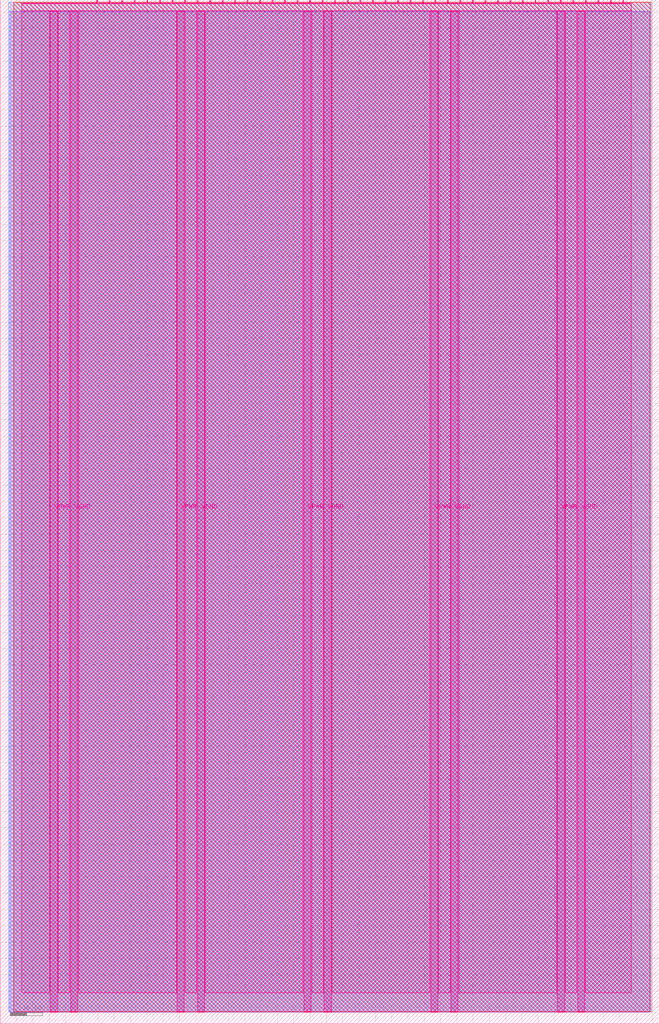
<source format=lef>
VERSION 5.7 ;
  NOWIREEXTENSIONATPIN ON ;
  DIVIDERCHAR "/" ;
  BUSBITCHARS "[]" ;
MACRO tt_um_htfab_bouncy_capsule
  CLASS BLOCK ;
  FOREIGN tt_um_htfab_bouncy_capsule ;
  ORIGIN 0.000 0.000 ;
  SIZE 202.080 BY 313.740 ;
  PIN VGND
    DIRECTION INOUT ;
    USE GROUND ;
    PORT
      LAYER Metal5 ;
        RECT 21.580 3.560 23.780 310.180 ;
    END
    PORT
      LAYER Metal5 ;
        RECT 60.450 3.560 62.650 310.180 ;
    END
    PORT
      LAYER Metal5 ;
        RECT 99.320 3.560 101.520 310.180 ;
    END
    PORT
      LAYER Metal5 ;
        RECT 138.190 3.560 140.390 310.180 ;
    END
    PORT
      LAYER Metal5 ;
        RECT 177.060 3.560 179.260 310.180 ;
    END
  END VGND
  PIN VPWR
    DIRECTION INOUT ;
    USE POWER ;
    PORT
      LAYER Metal5 ;
        RECT 15.380 3.560 17.580 310.180 ;
    END
    PORT
      LAYER Metal5 ;
        RECT 54.250 3.560 56.450 310.180 ;
    END
    PORT
      LAYER Metal5 ;
        RECT 93.120 3.560 95.320 310.180 ;
    END
    PORT
      LAYER Metal5 ;
        RECT 131.990 3.560 134.190 310.180 ;
    END
    PORT
      LAYER Metal5 ;
        RECT 170.860 3.560 173.060 310.180 ;
    END
  END VPWR
  PIN clk
    DIRECTION INPUT ;
    USE SIGNAL ;
    ANTENNAGATEAREA 0.213200 ;
    PORT
      LAYER Metal5 ;
        RECT 187.050 312.740 187.350 313.740 ;
    END
  END clk
  PIN ena
    DIRECTION INPUT ;
    USE SIGNAL ;
    PORT
      LAYER Metal5 ;
        RECT 190.890 312.740 191.190 313.740 ;
    END
  END ena
  PIN rst_n
    DIRECTION INPUT ;
    USE SIGNAL ;
    ANTENNAGATEAREA 0.527800 ;
    PORT
      LAYER Metal5 ;
        RECT 183.210 312.740 183.510 313.740 ;
    END
  END rst_n
  PIN ui_in[0]
    DIRECTION INPUT ;
    USE SIGNAL ;
    ANTENNAGATEAREA 0.213200 ;
    PORT
      LAYER Metal5 ;
        RECT 179.370 312.740 179.670 313.740 ;
    END
  END ui_in[0]
  PIN ui_in[1]
    DIRECTION INPUT ;
    USE SIGNAL ;
    ANTENNAGATEAREA 0.213200 ;
    PORT
      LAYER Metal5 ;
        RECT 175.530 312.740 175.830 313.740 ;
    END
  END ui_in[1]
  PIN ui_in[2]
    DIRECTION INPUT ;
    USE SIGNAL ;
    ANTENNAGATEAREA 0.314600 ;
    PORT
      LAYER Metal5 ;
        RECT 171.690 312.740 171.990 313.740 ;
    END
  END ui_in[2]
  PIN ui_in[3]
    DIRECTION INPUT ;
    USE SIGNAL ;
    ANTENNAGATEAREA 0.180700 ;
    PORT
      LAYER Metal5 ;
        RECT 167.850 312.740 168.150 313.740 ;
    END
  END ui_in[3]
  PIN ui_in[4]
    DIRECTION INPUT ;
    USE SIGNAL ;
    ANTENNAGATEAREA 0.180700 ;
    PORT
      LAYER Metal5 ;
        RECT 164.010 312.740 164.310 313.740 ;
    END
  END ui_in[4]
  PIN ui_in[5]
    DIRECTION INPUT ;
    USE SIGNAL ;
    ANTENNAGATEAREA 0.180700 ;
    PORT
      LAYER Metal5 ;
        RECT 160.170 312.740 160.470 313.740 ;
    END
  END ui_in[5]
  PIN ui_in[6]
    DIRECTION INPUT ;
    USE SIGNAL ;
    ANTENNAGATEAREA 0.180700 ;
    PORT
      LAYER Metal5 ;
        RECT 156.330 312.740 156.630 313.740 ;
    END
  END ui_in[6]
  PIN ui_in[7]
    DIRECTION INPUT ;
    USE SIGNAL ;
    ANTENNAGATEAREA 0.213200 ;
    PORT
      LAYER Metal5 ;
        RECT 152.490 312.740 152.790 313.740 ;
    END
  END ui_in[7]
  PIN uio_in[0]
    DIRECTION INPUT ;
    USE SIGNAL ;
    PORT
      LAYER Metal5 ;
        RECT 148.650 312.740 148.950 313.740 ;
    END
  END uio_in[0]
  PIN uio_in[1]
    DIRECTION INPUT ;
    USE SIGNAL ;
    PORT
      LAYER Metal5 ;
        RECT 144.810 312.740 145.110 313.740 ;
    END
  END uio_in[1]
  PIN uio_in[2]
    DIRECTION INPUT ;
    USE SIGNAL ;
    PORT
      LAYER Metal5 ;
        RECT 140.970 312.740 141.270 313.740 ;
    END
  END uio_in[2]
  PIN uio_in[3]
    DIRECTION INPUT ;
    USE SIGNAL ;
    PORT
      LAYER Metal5 ;
        RECT 137.130 312.740 137.430 313.740 ;
    END
  END uio_in[3]
  PIN uio_in[4]
    DIRECTION INPUT ;
    USE SIGNAL ;
    PORT
      LAYER Metal5 ;
        RECT 133.290 312.740 133.590 313.740 ;
    END
  END uio_in[4]
  PIN uio_in[5]
    DIRECTION INPUT ;
    USE SIGNAL ;
    PORT
      LAYER Metal5 ;
        RECT 129.450 312.740 129.750 313.740 ;
    END
  END uio_in[5]
  PIN uio_in[6]
    DIRECTION INPUT ;
    USE SIGNAL ;
    PORT
      LAYER Metal5 ;
        RECT 125.610 312.740 125.910 313.740 ;
    END
  END uio_in[6]
  PIN uio_in[7]
    DIRECTION INPUT ;
    USE SIGNAL ;
    PORT
      LAYER Metal5 ;
        RECT 121.770 312.740 122.070 313.740 ;
    END
  END uio_in[7]
  PIN uio_oe[0]
    DIRECTION OUTPUT ;
    USE SIGNAL ;
    ANTENNADIFFAREA 0.392700 ;
    PORT
      LAYER Metal5 ;
        RECT 56.490 312.740 56.790 313.740 ;
    END
  END uio_oe[0]
  PIN uio_oe[1]
    DIRECTION OUTPUT ;
    USE SIGNAL ;
    ANTENNADIFFAREA 0.392700 ;
    PORT
      LAYER Metal5 ;
        RECT 52.650 312.740 52.950 313.740 ;
    END
  END uio_oe[1]
  PIN uio_oe[2]
    DIRECTION OUTPUT ;
    USE SIGNAL ;
    ANTENNADIFFAREA 0.392700 ;
    PORT
      LAYER Metal5 ;
        RECT 48.810 312.740 49.110 313.740 ;
    END
  END uio_oe[2]
  PIN uio_oe[3]
    DIRECTION OUTPUT ;
    USE SIGNAL ;
    ANTENNADIFFAREA 0.392700 ;
    PORT
      LAYER Metal5 ;
        RECT 44.970 312.740 45.270 313.740 ;
    END
  END uio_oe[3]
  PIN uio_oe[4]
    DIRECTION OUTPUT ;
    USE SIGNAL ;
    ANTENNADIFFAREA 0.392700 ;
    PORT
      LAYER Metal5 ;
        RECT 41.130 312.740 41.430 313.740 ;
    END
  END uio_oe[4]
  PIN uio_oe[5]
    DIRECTION OUTPUT ;
    USE SIGNAL ;
    ANTENNADIFFAREA 0.392700 ;
    PORT
      LAYER Metal5 ;
        RECT 37.290 312.740 37.590 313.740 ;
    END
  END uio_oe[5]
  PIN uio_oe[6]
    DIRECTION OUTPUT ;
    USE SIGNAL ;
    ANTENNADIFFAREA 0.392700 ;
    PORT
      LAYER Metal5 ;
        RECT 33.450 312.740 33.750 313.740 ;
    END
  END uio_oe[6]
  PIN uio_oe[7]
    DIRECTION OUTPUT ;
    USE SIGNAL ;
    ANTENNADIFFAREA 0.392700 ;
    PORT
      LAYER Metal5 ;
        RECT 29.610 312.740 29.910 313.740 ;
    END
  END uio_oe[7]
  PIN uio_out[0]
    DIRECTION OUTPUT ;
    USE SIGNAL ;
    ANTENNADIFFAREA 0.706800 ;
    PORT
      LAYER Metal5 ;
        RECT 87.210 312.740 87.510 313.740 ;
    END
  END uio_out[0]
  PIN uio_out[1]
    DIRECTION OUTPUT ;
    USE SIGNAL ;
    ANTENNADIFFAREA 0.706800 ;
    PORT
      LAYER Metal5 ;
        RECT 83.370 312.740 83.670 313.740 ;
    END
  END uio_out[1]
  PIN uio_out[2]
    DIRECTION OUTPUT ;
    USE SIGNAL ;
    ANTENNADIFFAREA 0.706800 ;
    PORT
      LAYER Metal5 ;
        RECT 79.530 312.740 79.830 313.740 ;
    END
  END uio_out[2]
  PIN uio_out[3]
    DIRECTION OUTPUT ;
    USE SIGNAL ;
    ANTENNADIFFAREA 0.706800 ;
    PORT
      LAYER Metal5 ;
        RECT 75.690 312.740 75.990 313.740 ;
    END
  END uio_out[3]
  PIN uio_out[4]
    DIRECTION OUTPUT ;
    USE SIGNAL ;
    ANTENNADIFFAREA 0.706800 ;
    PORT
      LAYER Metal5 ;
        RECT 71.850 312.740 72.150 313.740 ;
    END
  END uio_out[4]
  PIN uio_out[5]
    DIRECTION OUTPUT ;
    USE SIGNAL ;
    ANTENNADIFFAREA 0.706800 ;
    PORT
      LAYER Metal5 ;
        RECT 68.010 312.740 68.310 313.740 ;
    END
  END uio_out[5]
  PIN uio_out[6]
    DIRECTION OUTPUT ;
    USE SIGNAL ;
    ANTENNADIFFAREA 0.706800 ;
    PORT
      LAYER Metal5 ;
        RECT 64.170 312.740 64.470 313.740 ;
    END
  END uio_out[6]
  PIN uio_out[7]
    DIRECTION OUTPUT ;
    USE SIGNAL ;
    ANTENNADIFFAREA 0.706800 ;
    PORT
      LAYER Metal5 ;
        RECT 60.330 312.740 60.630 313.740 ;
    END
  END uio_out[7]
  PIN uo_out[0]
    DIRECTION OUTPUT ;
    USE SIGNAL ;
    ANTENNADIFFAREA 0.632400 ;
    PORT
      LAYER Metal5 ;
        RECT 117.930 312.740 118.230 313.740 ;
    END
  END uo_out[0]
  PIN uo_out[1]
    DIRECTION OUTPUT ;
    USE SIGNAL ;
    ANTENNADIFFAREA 0.632400 ;
    PORT
      LAYER Metal5 ;
        RECT 114.090 312.740 114.390 313.740 ;
    END
  END uo_out[1]
  PIN uo_out[2]
    DIRECTION OUTPUT ;
    USE SIGNAL ;
    ANTENNADIFFAREA 0.632400 ;
    PORT
      LAYER Metal5 ;
        RECT 110.250 312.740 110.550 313.740 ;
    END
  END uo_out[2]
  PIN uo_out[3]
    DIRECTION OUTPUT ;
    USE SIGNAL ;
    ANTENNADIFFAREA 0.654800 ;
    PORT
      LAYER Metal5 ;
        RECT 106.410 312.740 106.710 313.740 ;
    END
  END uo_out[3]
  PIN uo_out[4]
    DIRECTION OUTPUT ;
    USE SIGNAL ;
    ANTENNADIFFAREA 0.632400 ;
    PORT
      LAYER Metal5 ;
        RECT 102.570 312.740 102.870 313.740 ;
    END
  END uo_out[4]
  PIN uo_out[5]
    DIRECTION OUTPUT ;
    USE SIGNAL ;
    ANTENNADIFFAREA 0.632400 ;
    PORT
      LAYER Metal5 ;
        RECT 98.730 312.740 99.030 313.740 ;
    END
  END uo_out[5]
  PIN uo_out[6]
    DIRECTION OUTPUT ;
    USE SIGNAL ;
    ANTENNADIFFAREA 0.632400 ;
    PORT
      LAYER Metal5 ;
        RECT 94.890 312.740 95.190 313.740 ;
    END
  END uo_out[6]
  PIN uo_out[7]
    DIRECTION OUTPUT ;
    USE SIGNAL ;
    ANTENNADIFFAREA 0.654800 ;
    PORT
      LAYER Metal5 ;
        RECT 91.050 312.740 91.350 313.740 ;
    END
  END uo_out[7]
  OBS
      LAYER GatPoly ;
        RECT 2.880 3.630 199.200 310.110 ;
      LAYER Metal1 ;
        RECT 2.880 3.560 199.200 310.180 ;
      LAYER Metal2 ;
        RECT 2.605 3.680 199.825 313.000 ;
      LAYER Metal3 ;
        RECT 3.260 3.635 199.780 313.045 ;
      LAYER Metal4 ;
        RECT 4.175 3.680 199.345 313.000 ;
      LAYER Metal5 ;
        RECT 6.620 312.530 29.400 312.740 ;
        RECT 30.120 312.530 33.240 312.740 ;
        RECT 33.960 312.530 37.080 312.740 ;
        RECT 37.800 312.530 40.920 312.740 ;
        RECT 41.640 312.530 44.760 312.740 ;
        RECT 45.480 312.530 48.600 312.740 ;
        RECT 49.320 312.530 52.440 312.740 ;
        RECT 53.160 312.530 56.280 312.740 ;
        RECT 57.000 312.530 60.120 312.740 ;
        RECT 60.840 312.530 63.960 312.740 ;
        RECT 64.680 312.530 67.800 312.740 ;
        RECT 68.520 312.530 71.640 312.740 ;
        RECT 72.360 312.530 75.480 312.740 ;
        RECT 76.200 312.530 79.320 312.740 ;
        RECT 80.040 312.530 83.160 312.740 ;
        RECT 83.880 312.530 87.000 312.740 ;
        RECT 87.720 312.530 90.840 312.740 ;
        RECT 91.560 312.530 94.680 312.740 ;
        RECT 95.400 312.530 98.520 312.740 ;
        RECT 99.240 312.530 102.360 312.740 ;
        RECT 103.080 312.530 106.200 312.740 ;
        RECT 106.920 312.530 110.040 312.740 ;
        RECT 110.760 312.530 113.880 312.740 ;
        RECT 114.600 312.530 117.720 312.740 ;
        RECT 118.440 312.530 121.560 312.740 ;
        RECT 122.280 312.530 125.400 312.740 ;
        RECT 126.120 312.530 129.240 312.740 ;
        RECT 129.960 312.530 133.080 312.740 ;
        RECT 133.800 312.530 136.920 312.740 ;
        RECT 137.640 312.530 140.760 312.740 ;
        RECT 141.480 312.530 144.600 312.740 ;
        RECT 145.320 312.530 148.440 312.740 ;
        RECT 149.160 312.530 152.280 312.740 ;
        RECT 153.000 312.530 156.120 312.740 ;
        RECT 156.840 312.530 159.960 312.740 ;
        RECT 160.680 312.530 163.800 312.740 ;
        RECT 164.520 312.530 167.640 312.740 ;
        RECT 168.360 312.530 171.480 312.740 ;
        RECT 172.200 312.530 175.320 312.740 ;
        RECT 176.040 312.530 179.160 312.740 ;
        RECT 179.880 312.530 183.000 312.740 ;
        RECT 183.720 312.530 186.840 312.740 ;
        RECT 187.560 312.530 190.680 312.740 ;
        RECT 191.400 312.530 193.540 312.740 ;
        RECT 6.620 310.390 193.540 312.530 ;
        RECT 6.620 9.515 15.170 310.390 ;
        RECT 17.790 9.515 21.370 310.390 ;
        RECT 23.990 9.515 54.040 310.390 ;
        RECT 56.660 9.515 60.240 310.390 ;
        RECT 62.860 9.515 92.910 310.390 ;
        RECT 95.530 9.515 99.110 310.390 ;
        RECT 101.730 9.515 131.780 310.390 ;
        RECT 134.400 9.515 137.980 310.390 ;
        RECT 140.600 9.515 170.650 310.390 ;
        RECT 173.270 9.515 176.850 310.390 ;
        RECT 179.470 9.515 193.540 310.390 ;
  END
END tt_um_htfab_bouncy_capsule
END LIBRARY


</source>
